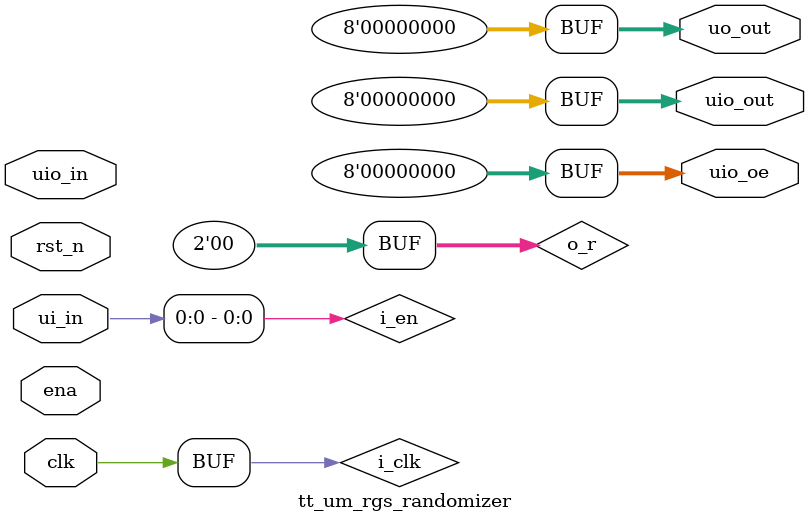
<source format=v>
/*
 * Copyright (c) 2024 Your Name
 * SPDX-License-Identifier: Apache-2.0
 */

`define default_netname none

module tt_um_rgs_randomizer (
    input  wire [7:0] ui_in,    // Dedicated inputs
    output wire [7:0] uo_out,   // Dedicated outputs
    input  wire [7:0] uio_in,   // IOs: Input path
    output wire [7:0] uio_out,  // IOs: Output path
    output wire [7:0] uio_oe,   // IOs: Enable path (active high: 0=input, 1=output)
    input  wire       ena,      // will go high when the design is enabled
    input  wire       clk,      // clock
    input  wire       rst_n     // reset_n - low to reset
);

  // All output pins must be assigned. If not used, assign to 0.
  assign uio_out[7:0] = 8'b0000_0000;
  assign uio_oe[7:0]  = 8'b0000_0000;

  wire [1:0] o_r = 2'b00;
  wire i_clk, i_reset, i_en;

  assign i_clk = clk;
  assign i_reset = ~rst_n;
  assign i_en = ui_in[0];
  assign uo_out[1:0] = o_r;
  assign uo_out[7:2] = 6'b000000;
  
  randomizer randomizer_inst (
    .i_clk(i_clk),
    .i_reset( i_reset),
    .i_en(i_en),
    .o_r(o_r)
  );

endmodule

</source>
